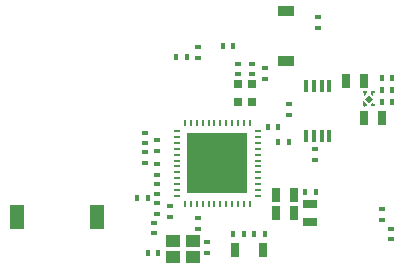
<source format=gbr>
G04 #@! TF.FileFunction,Paste,Top*
%FSLAX46Y46*%
G04 Gerber Fmt 4.6, Leading zero omitted, Abs format (unit mm)*
G04 Created by KiCad (PCBNEW 0.201502111101+5414~21~ubuntu14.04.1-product) date Thu 12 Feb 2015 12:54:46 PM PST*
%MOMM*%
G01*
G04 APERTURE LIST*
%ADD10C,0.100000*%
%ADD11R,0.650000X1.300000*%
%ADD12R,1.250000X2.100000*%
%ADD13R,0.797560X0.797560*%
%ADD14R,0.400000X1.100000*%
%ADD15R,0.599440X0.248920*%
%ADD16R,0.248920X0.599440*%
%ADD17R,5.150000X5.150000*%
%ADD18R,0.635000X1.143000*%
%ADD19R,0.398780X0.599440*%
%ADD20R,0.599440X0.398780*%
%ADD21R,1.143000X0.635000*%
%ADD22R,1.400000X0.950000*%
%ADD23R,1.200000X1.000000*%
%ADD24R,0.300000X0.210000*%
%ADD25R,0.100000X0.430000*%
G04 APERTURE END LIST*
D10*
D11*
X73692000Y-120396000D03*
X71342000Y-120396000D03*
D12*
X59636000Y-117602000D03*
X52886000Y-117602000D03*
D13*
X71628000Y-107810300D03*
X71628000Y-106311700D03*
X72771000Y-107810300D03*
X72771000Y-106311700D03*
D14*
X79334000Y-106435000D03*
X78684000Y-106435000D03*
X78034000Y-106435000D03*
X77384000Y-106435000D03*
X77384000Y-110735000D03*
X78034000Y-110735000D03*
X78684000Y-110735000D03*
X79334000Y-110735000D03*
D15*
X73248520Y-115778280D03*
X73248520Y-115277900D03*
X73248520Y-114777520D03*
X73248520Y-114277140D03*
X73248520Y-113779300D03*
X73248520Y-113278920D03*
X73248520Y-112778540D03*
X73248520Y-112278160D03*
X73248520Y-111777780D03*
X73248520Y-111277400D03*
X73248520Y-110777020D03*
X73248520Y-110279180D03*
X66451480Y-114282220D03*
X66451480Y-114780060D03*
X66451480Y-115280440D03*
X66451480Y-115780820D03*
D16*
X70599300Y-109628940D03*
X70100000Y-109630000D03*
X69601080Y-109628940D03*
X69100700Y-109628940D03*
X68600320Y-109628940D03*
X68099940Y-109628940D03*
X67599560Y-109628940D03*
X67099180Y-109628940D03*
X72598280Y-109628940D03*
X72097900Y-109628940D03*
X71597520Y-109628940D03*
X71099680Y-109628940D03*
D15*
X66451480Y-110281720D03*
X66448940Y-110782100D03*
X66448940Y-111279940D03*
X66448940Y-111780320D03*
X66448940Y-112280700D03*
X66448940Y-112781080D03*
X66448940Y-113281460D03*
X66448940Y-113781840D03*
D16*
X67099180Y-116428520D03*
X67599560Y-116428520D03*
X68099940Y-116428520D03*
X68597780Y-116428520D03*
X69098160Y-116428520D03*
X69598540Y-116428520D03*
X70098920Y-116428520D03*
X70599300Y-116428520D03*
X71099680Y-116428520D03*
X71600060Y-116428520D03*
X72097900Y-116428520D03*
X72598280Y-116428520D03*
D17*
X69850000Y-113030000D03*
D18*
X82296000Y-106045000D03*
X80772000Y-106045000D03*
D19*
X75887580Y-111252000D03*
X74988420Y-111252000D03*
D20*
X73914000Y-104960420D03*
X73914000Y-105859580D03*
X68961000Y-120591580D03*
X68961000Y-119692420D03*
D19*
X73855580Y-118999000D03*
X72956420Y-118999000D03*
D18*
X82296000Y-109220000D03*
X83820000Y-109220000D03*
D19*
X74998580Y-109982000D03*
X74099420Y-109982000D03*
X63939420Y-120650000D03*
X64838580Y-120650000D03*
X71178420Y-118999000D03*
X72077580Y-118999000D03*
D18*
X74803000Y-117221000D03*
X76327000Y-117221000D03*
D20*
X63750142Y-110428052D03*
X63750142Y-111327212D03*
X68199000Y-118559580D03*
X68199000Y-117660420D03*
X64770000Y-114739420D03*
X64770000Y-115638580D03*
D19*
X63050420Y-115951000D03*
X63949580Y-115951000D03*
D20*
X65836800Y-117518180D03*
X65836800Y-116619020D03*
D21*
X77724000Y-116459000D03*
X77724000Y-117983000D03*
D20*
X64516000Y-118940580D03*
X64516000Y-118041420D03*
X63750142Y-112978212D03*
X63750142Y-112079052D03*
X64770000Y-113987580D03*
X64770000Y-113088420D03*
D18*
X76327000Y-115697000D03*
X74803000Y-115697000D03*
D19*
X77274420Y-115443000D03*
X78173580Y-115443000D03*
D20*
X64770000Y-116390420D03*
X64770000Y-117289580D03*
D19*
X84650580Y-105791000D03*
X83751420Y-105791000D03*
X83751420Y-107823000D03*
X84650580Y-107823000D03*
D20*
X71628000Y-104579420D03*
X71628000Y-105478580D03*
X78359000Y-100642420D03*
X78359000Y-101541580D03*
D19*
X84650580Y-106807000D03*
X83751420Y-106807000D03*
D20*
X72771000Y-104579420D03*
X72771000Y-105478580D03*
D19*
X71188580Y-103124000D03*
X70289420Y-103124000D03*
D20*
X68199000Y-104081580D03*
X68199000Y-103182420D03*
D19*
X66352420Y-104013000D03*
X67251580Y-104013000D03*
D20*
X78105000Y-111818420D03*
X78105000Y-112717580D03*
X75946000Y-108907580D03*
X75946000Y-108008420D03*
X83820000Y-116898420D03*
X83820000Y-117797580D03*
X84582000Y-119448580D03*
X84582000Y-118549420D03*
X64770000Y-111056420D03*
X64770000Y-111955580D03*
D22*
X75692000Y-100160000D03*
X75692000Y-104310000D03*
D23*
X67779000Y-120919000D03*
X66079000Y-120919000D03*
X66079000Y-119619000D03*
X67779000Y-119619000D03*
D10*
G36*
X82202000Y-108124000D02*
X82202000Y-107694000D01*
X82402000Y-107894000D01*
X82402000Y-107924000D01*
X82202000Y-108124000D01*
X82202000Y-108124000D01*
G37*
G36*
X82302000Y-108224000D02*
X82302000Y-107794000D01*
X82502000Y-107994000D01*
X82502000Y-108024000D01*
X82302000Y-108224000D01*
X82302000Y-108224000D01*
G37*
D24*
X82352000Y-108119000D03*
D25*
X82252000Y-108009000D03*
X83102000Y-108009000D03*
D24*
X83002000Y-108119000D03*
D10*
G36*
X83052000Y-107794000D02*
X83052000Y-108224000D01*
X82852000Y-108024000D01*
X82852000Y-107994000D01*
X83052000Y-107794000D01*
X83052000Y-107794000D01*
G37*
G36*
X83052000Y-106914000D02*
X83052000Y-107344000D01*
X82852000Y-107144000D01*
X82852000Y-107114000D01*
X83052000Y-106914000D01*
X83052000Y-106914000D01*
G37*
D24*
X83002000Y-107019000D03*
D25*
X83102000Y-107129000D03*
X82252000Y-107129000D03*
D24*
X82352000Y-107019000D03*
D10*
G36*
X82302000Y-107344000D02*
X82302000Y-106914000D01*
X82502000Y-107114000D01*
X82502000Y-107144000D01*
X82302000Y-107344000D01*
X82302000Y-107344000D01*
G37*
G36*
X82677000Y-107910250D02*
X82335750Y-107569000D01*
X82677000Y-107227750D01*
X83018250Y-107569000D01*
X82677000Y-107910250D01*
X82677000Y-107910250D01*
G37*
M02*

</source>
